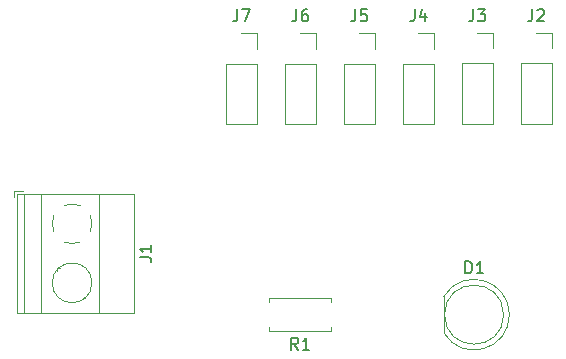
<source format=gbr>
%TF.GenerationSoftware,KiCad,Pcbnew,7.0.9*%
%TF.CreationDate,2023-11-23T21:48:05+09:00*%
%TF.ProjectId,arduino_robotarm_shield,61726475-696e-46f5-9f72-6f626f746172,rev?*%
%TF.SameCoordinates,Original*%
%TF.FileFunction,Legend,Top*%
%TF.FilePolarity,Positive*%
%FSLAX46Y46*%
G04 Gerber Fmt 4.6, Leading zero omitted, Abs format (unit mm)*
G04 Created by KiCad (PCBNEW 7.0.9) date 2023-11-23 21:48:05*
%MOMM*%
%LPD*%
G01*
G04 APERTURE LIST*
%ADD10C,0.150000*%
%ADD11C,0.120000*%
G04 APERTURE END LIST*
D10*
X151833333Y-68954819D02*
X151500000Y-68478628D01*
X151261905Y-68954819D02*
X151261905Y-67954819D01*
X151261905Y-67954819D02*
X151642857Y-67954819D01*
X151642857Y-67954819D02*
X151738095Y-68002438D01*
X151738095Y-68002438D02*
X151785714Y-68050057D01*
X151785714Y-68050057D02*
X151833333Y-68145295D01*
X151833333Y-68145295D02*
X151833333Y-68288152D01*
X151833333Y-68288152D02*
X151785714Y-68383390D01*
X151785714Y-68383390D02*
X151738095Y-68431009D01*
X151738095Y-68431009D02*
X151642857Y-68478628D01*
X151642857Y-68478628D02*
X151261905Y-68478628D01*
X152785714Y-68954819D02*
X152214286Y-68954819D01*
X152500000Y-68954819D02*
X152500000Y-67954819D01*
X152500000Y-67954819D02*
X152404762Y-68097676D01*
X152404762Y-68097676D02*
X152309524Y-68192914D01*
X152309524Y-68192914D02*
X152214286Y-68240533D01*
X146691666Y-40159819D02*
X146691666Y-40874104D01*
X146691666Y-40874104D02*
X146644047Y-41016961D01*
X146644047Y-41016961D02*
X146548809Y-41112200D01*
X146548809Y-41112200D02*
X146405952Y-41159819D01*
X146405952Y-41159819D02*
X146310714Y-41159819D01*
X147072619Y-40159819D02*
X147739285Y-40159819D01*
X147739285Y-40159819D02*
X147310714Y-41159819D01*
X151691666Y-40159819D02*
X151691666Y-40874104D01*
X151691666Y-40874104D02*
X151644047Y-41016961D01*
X151644047Y-41016961D02*
X151548809Y-41112200D01*
X151548809Y-41112200D02*
X151405952Y-41159819D01*
X151405952Y-41159819D02*
X151310714Y-41159819D01*
X152596428Y-40159819D02*
X152405952Y-40159819D01*
X152405952Y-40159819D02*
X152310714Y-40207438D01*
X152310714Y-40207438D02*
X152263095Y-40255057D01*
X152263095Y-40255057D02*
X152167857Y-40397914D01*
X152167857Y-40397914D02*
X152120238Y-40588390D01*
X152120238Y-40588390D02*
X152120238Y-40969342D01*
X152120238Y-40969342D02*
X152167857Y-41064580D01*
X152167857Y-41064580D02*
X152215476Y-41112200D01*
X152215476Y-41112200D02*
X152310714Y-41159819D01*
X152310714Y-41159819D02*
X152501190Y-41159819D01*
X152501190Y-41159819D02*
X152596428Y-41112200D01*
X152596428Y-41112200D02*
X152644047Y-41064580D01*
X152644047Y-41064580D02*
X152691666Y-40969342D01*
X152691666Y-40969342D02*
X152691666Y-40731247D01*
X152691666Y-40731247D02*
X152644047Y-40636009D01*
X152644047Y-40636009D02*
X152596428Y-40588390D01*
X152596428Y-40588390D02*
X152501190Y-40540771D01*
X152501190Y-40540771D02*
X152310714Y-40540771D01*
X152310714Y-40540771D02*
X152215476Y-40588390D01*
X152215476Y-40588390D02*
X152167857Y-40636009D01*
X152167857Y-40636009D02*
X152120238Y-40731247D01*
X156691666Y-40159819D02*
X156691666Y-40874104D01*
X156691666Y-40874104D02*
X156644047Y-41016961D01*
X156644047Y-41016961D02*
X156548809Y-41112200D01*
X156548809Y-41112200D02*
X156405952Y-41159819D01*
X156405952Y-41159819D02*
X156310714Y-41159819D01*
X157644047Y-40159819D02*
X157167857Y-40159819D01*
X157167857Y-40159819D02*
X157120238Y-40636009D01*
X157120238Y-40636009D02*
X157167857Y-40588390D01*
X157167857Y-40588390D02*
X157263095Y-40540771D01*
X157263095Y-40540771D02*
X157501190Y-40540771D01*
X157501190Y-40540771D02*
X157596428Y-40588390D01*
X157596428Y-40588390D02*
X157644047Y-40636009D01*
X157644047Y-40636009D02*
X157691666Y-40731247D01*
X157691666Y-40731247D02*
X157691666Y-40969342D01*
X157691666Y-40969342D02*
X157644047Y-41064580D01*
X157644047Y-41064580D02*
X157596428Y-41112200D01*
X157596428Y-41112200D02*
X157501190Y-41159819D01*
X157501190Y-41159819D02*
X157263095Y-41159819D01*
X157263095Y-41159819D02*
X157167857Y-41112200D01*
X157167857Y-41112200D02*
X157120238Y-41064580D01*
X161691666Y-40159819D02*
X161691666Y-40874104D01*
X161691666Y-40874104D02*
X161644047Y-41016961D01*
X161644047Y-41016961D02*
X161548809Y-41112200D01*
X161548809Y-41112200D02*
X161405952Y-41159819D01*
X161405952Y-41159819D02*
X161310714Y-41159819D01*
X162596428Y-40493152D02*
X162596428Y-41159819D01*
X162358333Y-40112200D02*
X162120238Y-40826485D01*
X162120238Y-40826485D02*
X162739285Y-40826485D01*
X166666666Y-40144819D02*
X166666666Y-40859104D01*
X166666666Y-40859104D02*
X166619047Y-41001961D01*
X166619047Y-41001961D02*
X166523809Y-41097200D01*
X166523809Y-41097200D02*
X166380952Y-41144819D01*
X166380952Y-41144819D02*
X166285714Y-41144819D01*
X167047619Y-40144819D02*
X167666666Y-40144819D01*
X167666666Y-40144819D02*
X167333333Y-40525771D01*
X167333333Y-40525771D02*
X167476190Y-40525771D01*
X167476190Y-40525771D02*
X167571428Y-40573390D01*
X167571428Y-40573390D02*
X167619047Y-40621009D01*
X167619047Y-40621009D02*
X167666666Y-40716247D01*
X167666666Y-40716247D02*
X167666666Y-40954342D01*
X167666666Y-40954342D02*
X167619047Y-41049580D01*
X167619047Y-41049580D02*
X167571428Y-41097200D01*
X167571428Y-41097200D02*
X167476190Y-41144819D01*
X167476190Y-41144819D02*
X167190476Y-41144819D01*
X167190476Y-41144819D02*
X167095238Y-41097200D01*
X167095238Y-41097200D02*
X167047619Y-41049580D01*
X171666666Y-40144819D02*
X171666666Y-40859104D01*
X171666666Y-40859104D02*
X171619047Y-41001961D01*
X171619047Y-41001961D02*
X171523809Y-41097200D01*
X171523809Y-41097200D02*
X171380952Y-41144819D01*
X171380952Y-41144819D02*
X171285714Y-41144819D01*
X172095238Y-40240057D02*
X172142857Y-40192438D01*
X172142857Y-40192438D02*
X172238095Y-40144819D01*
X172238095Y-40144819D02*
X172476190Y-40144819D01*
X172476190Y-40144819D02*
X172571428Y-40192438D01*
X172571428Y-40192438D02*
X172619047Y-40240057D01*
X172619047Y-40240057D02*
X172666666Y-40335295D01*
X172666666Y-40335295D02*
X172666666Y-40430533D01*
X172666666Y-40430533D02*
X172619047Y-40573390D01*
X172619047Y-40573390D02*
X172047619Y-41144819D01*
X172047619Y-41144819D02*
X172666666Y-41144819D01*
X138409819Y-61138333D02*
X139124104Y-61138333D01*
X139124104Y-61138333D02*
X139266961Y-61185952D01*
X139266961Y-61185952D02*
X139362200Y-61281190D01*
X139362200Y-61281190D02*
X139409819Y-61424047D01*
X139409819Y-61424047D02*
X139409819Y-61519285D01*
X139409819Y-60138333D02*
X139409819Y-60709761D01*
X139409819Y-60424047D02*
X138409819Y-60424047D01*
X138409819Y-60424047D02*
X138552676Y-60519285D01*
X138552676Y-60519285D02*
X138647914Y-60614523D01*
X138647914Y-60614523D02*
X138695533Y-60709761D01*
X165991905Y-62494819D02*
X165991905Y-61494819D01*
X165991905Y-61494819D02*
X166230000Y-61494819D01*
X166230000Y-61494819D02*
X166372857Y-61542438D01*
X166372857Y-61542438D02*
X166468095Y-61637676D01*
X166468095Y-61637676D02*
X166515714Y-61732914D01*
X166515714Y-61732914D02*
X166563333Y-61923390D01*
X166563333Y-61923390D02*
X166563333Y-62066247D01*
X166563333Y-62066247D02*
X166515714Y-62256723D01*
X166515714Y-62256723D02*
X166468095Y-62351961D01*
X166468095Y-62351961D02*
X166372857Y-62447200D01*
X166372857Y-62447200D02*
X166230000Y-62494819D01*
X166230000Y-62494819D02*
X165991905Y-62494819D01*
X167515714Y-62494819D02*
X166944286Y-62494819D01*
X167230000Y-62494819D02*
X167230000Y-61494819D01*
X167230000Y-61494819D02*
X167134762Y-61637676D01*
X167134762Y-61637676D02*
X167039524Y-61732914D01*
X167039524Y-61732914D02*
X166944286Y-61780533D01*
D11*
%TO.C,R1*%
X149380000Y-64945000D02*
X149380000Y-64630000D01*
X154620000Y-67370000D02*
X149380000Y-67370000D01*
X154620000Y-64630000D02*
X149380000Y-64630000D01*
X149380000Y-67370000D02*
X149380000Y-67055000D01*
X154620000Y-64945000D02*
X154620000Y-64630000D01*
X154620000Y-67370000D02*
X154620000Y-67055000D01*
%TO.C,J7*%
X147025000Y-42145000D02*
X148355000Y-42145000D01*
X148355000Y-44745000D02*
X148355000Y-49885000D01*
X145695000Y-44745000D02*
X145695000Y-49885000D01*
X145695000Y-44745000D02*
X148355000Y-44745000D01*
X148355000Y-42145000D02*
X148355000Y-43475000D01*
X145695000Y-49885000D02*
X148355000Y-49885000D01*
%TO.C,J6*%
X152025000Y-42145000D02*
X153355000Y-42145000D01*
X153355000Y-44745000D02*
X153355000Y-49885000D01*
X150695000Y-44745000D02*
X150695000Y-49885000D01*
X150695000Y-44745000D02*
X153355000Y-44745000D01*
X153355000Y-42145000D02*
X153355000Y-43475000D01*
X150695000Y-49885000D02*
X153355000Y-49885000D01*
%TO.C,J5*%
X157025000Y-42145000D02*
X158355000Y-42145000D01*
X158355000Y-44745000D02*
X158355000Y-49885000D01*
X155695000Y-44745000D02*
X155695000Y-49885000D01*
X155695000Y-44745000D02*
X158355000Y-44745000D01*
X158355000Y-42145000D02*
X158355000Y-43475000D01*
X155695000Y-49885000D02*
X158355000Y-49885000D01*
%TO.C,J4*%
X162025000Y-42145000D02*
X163355000Y-42145000D01*
X163355000Y-44745000D02*
X163355000Y-49885000D01*
X160695000Y-44745000D02*
X160695000Y-49885000D01*
X160695000Y-44745000D02*
X163355000Y-44745000D01*
X163355000Y-42145000D02*
X163355000Y-43475000D01*
X160695000Y-49885000D02*
X163355000Y-49885000D01*
%TO.C,J3*%
X165670000Y-49870000D02*
X168330000Y-49870000D01*
X168330000Y-42130000D02*
X168330000Y-43460000D01*
X165670000Y-44730000D02*
X168330000Y-44730000D01*
X165670000Y-44730000D02*
X165670000Y-49870000D01*
X168330000Y-44730000D02*
X168330000Y-49870000D01*
X167000000Y-42130000D02*
X168330000Y-42130000D01*
%TO.C,J2*%
X170670000Y-49870000D02*
X173330000Y-49870000D01*
X173330000Y-42130000D02*
X173330000Y-43460000D01*
X170670000Y-44730000D02*
X173330000Y-44730000D01*
X170670000Y-44730000D02*
X170670000Y-49870000D01*
X173330000Y-44730000D02*
X173330000Y-49870000D01*
X172000000Y-42130000D02*
X173330000Y-42130000D01*
%TO.C,J1*%
X137956000Y-55745000D02*
X137956000Y-65865000D01*
X127795000Y-55505000D02*
X127795000Y-56005000D01*
X128035000Y-55745000D02*
X128035000Y-65865000D01*
X131672000Y-62078000D02*
X131626000Y-62031000D01*
X130095000Y-55745000D02*
X130095000Y-65865000D01*
X131456000Y-62271000D02*
X131421000Y-62236000D01*
X128535000Y-55505000D02*
X127795000Y-55505000D01*
X137956000Y-55745000D02*
X128035000Y-55745000D01*
X137956000Y-65865000D02*
X128035000Y-65865000D01*
X133764000Y-64580000D02*
X133718000Y-64533000D01*
X133970000Y-64375000D02*
X133934000Y-64340000D01*
X134996000Y-55745000D02*
X134996000Y-65865000D01*
X128595000Y-55745000D02*
X128595000Y-65865000D01*
X132011000Y-59840000D02*
G75*
G03*
X133378042Y-59840426I684000J1535000D01*
G01*
X131160001Y-57621000D02*
G75*
G03*
X131014748Y-58333805I1535000J-683999D01*
G01*
X131015001Y-58305000D02*
G75*
G03*
X131160245Y-58988318I1679999J0D01*
G01*
X133378999Y-56770001D02*
G75*
G03*
X132011958Y-56769574I-684000J-1534992D01*
G01*
X134229999Y-58988999D02*
G75*
G03*
X134230426Y-57621958I-1534992J684000D01*
G01*
X134375000Y-63305000D02*
G75*
G03*
X134375000Y-63305000I-1680000J0D01*
G01*
%TO.C,D1*%
X164170000Y-64455000D02*
X164170000Y-67545000D01*
X164170000Y-67544830D02*
G75*
G03*
X169720000Y-65999538I2560000J1544830D01*
G01*
X169719999Y-66000462D02*
G75*
G03*
X164170001Y-64455170I-2989999J462D01*
G01*
X169230000Y-66000000D02*
G75*
G03*
X169230000Y-66000000I-2500000J0D01*
G01*
%TD*%
M02*

</source>
